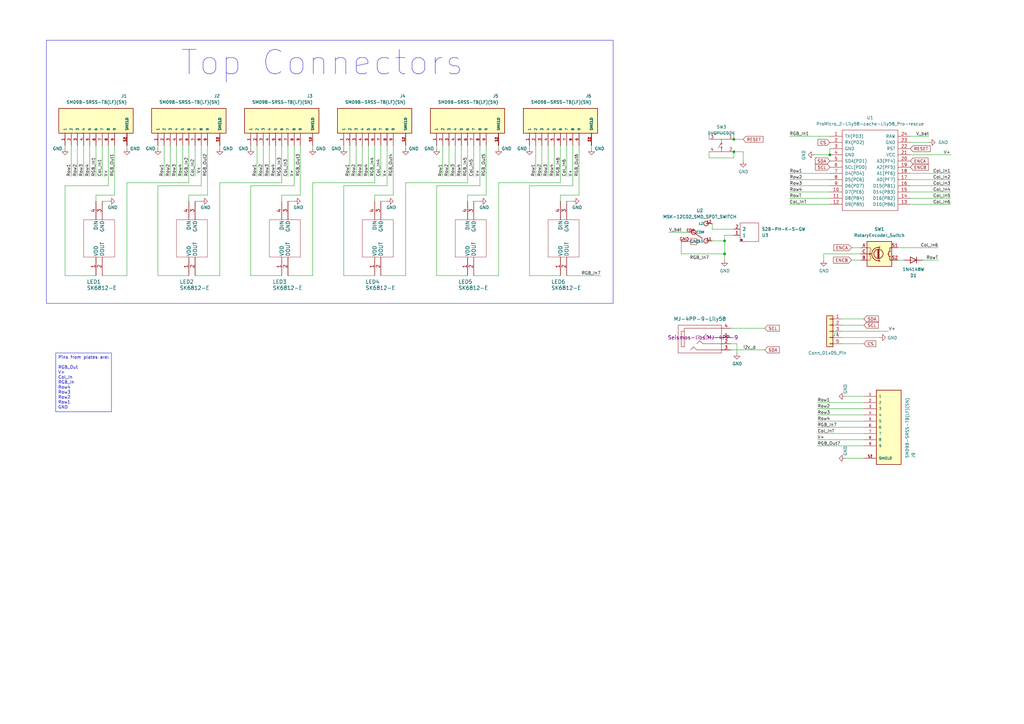
<source format=kicad_sch>
(kicad_sch (version 20230121) (generator eeschema)
  (paper "A3")
  (lib_symbols
    (symbol "Diode:1N4148W" (pin_numbers hide) (pin_names hide)
      (property "Reference" "D" (at 0 2.54 0))
      (property "Value" "1N4148W" (at 0 -2.54 0))
      (symbol "1N4148W_0_1"
        (polyline (pts (xy -1.27 1.27) (xy -1.27 -1.27)) (stroke (width 0.254)))
        (polyline (pts (xy 1.27 0) (xy -1.27 0)))
        (polyline (pts (xy 1.27 1.27) (xy 1.27 -1.27) (xy -1.27 0) (xy 1.27 1.27)) (stroke (width 0.254)))
      )
      (symbol "1N4148W_1_1"
        (pin passive line (at -3.81 0 0) (length 2.54) (name "K") (number "1"))
        (pin passive line (at 3.81 0 180) (length 2.54) (name "A") (number "2"))
      )
    )
    (symbol "Seismos-sym:Conn_01x05" (pin_names (offset 1.016) hide)
      (property "Reference" "J" (at 0 7.62 0))
      (property "Value" "Conn_01x05" (at 0 -7.62 0))
      (symbol "Conn_01x05_1_1"
        (rectangle (start -1.27 -4.953) (end 0 -5.207) (stroke (width 0.1524)))
        (rectangle (start -1.27 -2.413) (end 0 -2.667) (stroke (width 0.1524)))
        (rectangle (start -1.27 0.127) (end 0 -0.127) (stroke (width 0.1524)))
        (rectangle (start -1.27 2.667) (end 0 2.413) (stroke (width 0.1524)))
        (rectangle (start -1.27 5.207) (end 0 4.953) (stroke (width 0.1524)))
        (rectangle (start -1.27 6.35) (end 1.27 -6.35) (stroke (width 0.254)) (fill (type background)))
        (pin passive line (at -5.08 5.08 0) (length 3.81) (name "Pin_1") (number "1"))
        (pin passive line (at -5.08 2.54 0) (length 3.81) (name "Pin_2") (number "2"))
        (pin passive line (at -5.08 0 0) (length 3.81) (name "Pin_3") (number "3"))
        (pin passive line (at -5.08 -2.54 0) (length 3.81) (name "Pin_4") (number "4"))
        (pin passive line (at -5.08 -5.08 0) (length 3.81) (name "Pin_5") (number "5"))
      )
    )
    (symbol "Seismos-sym:EVQPUC02K" (pin_names (offset 1.016) hide)
      (property "Reference" "SW" (at 0 7.747 0))
      (property "Value" "EVQPUC02K" (at 0 12.827 0))
      (symbol "EVQPUC02K_1_1"
        (circle (center 0 -0.762) (radius 0.254) (stroke (width 0.1524)))
        (polyline (pts (xy -2.54 -2.54) (xy 2.54 -2.54)) (stroke (width 0.1524)))
        (polyline (pts (xy -2.54 2.54) (xy 2.54 2.54)) (stroke (width 0.1524)))
        (polyline (pts (xy -1.27 -1.016) (xy -0.254 0.762)) (stroke (width 0.1524)))
        (polyline (pts (xy 0 -2.54) (xy 0 -1.524)) (stroke (width 0.1524)))
        (polyline (pts (xy 0 -1.524) (xy 0 -0.762)) (stroke (width 0.1524)))
        (polyline (pts (xy 0 2.54) (xy 0 0.762)) (stroke (width 0.1524)))
        (circle (center 0 0.762) (radius 0.254) (stroke (width 0.1524)))
        (pin input line (at 5.08 2.54 180) (length 2.54) (name "1") (number "1"))
        (pin input line (at 5.08 -2.54 180) (length 2.54) (name "2") (number "2"))
        (pin input line (at -5.08 2.54 0) (length 2.54) (name "3") (number "3"))
        (pin input line (at -5.08 -2.54 0) (length 2.54) (name "4") (number "4"))
      )
    )
    (symbol "Seismos-sym:MJ-4PP-9-Lily58" (pin_names (offset 1.016))
      (property "Reference" "J" (at -8.89 -7.62 0))
      (property "Value" "MJ-4PP-9-Lily58" (at -3.81 6.35 0))
      (property "Footprint" "Seismos-libs:MJ-4PP-9" (at 0 0 0))
      (symbol "MJ-4PP-9-Lily58_0_1"
        (rectangle (start -7.62 2.54) (end -8.89 -3.81))
        (polyline (pts (xy 2.54 0) (xy 7.62 0)))
        (polyline (pts (xy -2.54 -5.08) (xy 7.62 -5.08) (xy 7.62 -5.08)))
        (polyline (pts (xy 0 -2.54) (xy -1.27 -1.27) (xy -2.54 -2.54)))
        (polyline (pts (xy 0 0) (xy 1.27 1.27) (xy 2.54 0)))
        (polyline (pts (xy 7.62 3.81) (xy -7.62 3.81) (xy -7.62 2.54)))
        (polyline (pts (xy -2.54 -5.08) (xy -3.81 -3.81) (xy -5.08 -5.08) (xy -5.08 -5.08)))
        (polyline (pts (xy 0 -2.54) (xy 7.62 -2.54) (xy 7.62 -2.54) (xy 7.62 -2.54)))
        (rectangle (start 7.62 -6.35) (end -10.16 5.08))
      )
      (symbol "MJ-4PP-9-Lily58_1_1"
        (pin passive line (at 11.43 0 180) (length 3.81) (name "~") (number "1"))
        (pin passive line (at 11.43 -2.54 180) (length 3.81) (name "~") (number "2"))
        (pin passive line (at 11.43 -5.08 180) (length 3.81) (name "~") (number "3"))
        (pin passive line (at 11.43 3.81 180) (length 3.81) (name "~") (number "4"))
      )
    )
    (symbol "Seismos-sym:MSK-12C02_SMD_SPDT_SWITCH" (pin_names (offset 1.016))
      (property "Reference" "U" (at -5.08 7.62 0))
      (property "Value" "MSK-12C02_SMD_SPDT_SWITCH" (at -5.08 -7.62 0))
      (symbol "MSK-12C02_SMD_SPDT_SWITCH_0_0"
        (circle (center -5.08 0) (radius 0.9158) (stroke (width 0.254)))
        (circle (center 0 -3.556) (radius 0.9158) (stroke (width 0.254)))
        (polyline (pts (xy -5.08 0) (xy -1.524 -2.54)) (stroke (width 0.254)))
        (circle (center 0 3.556) (radius 0.9158) (stroke (width 0.254)))
        (pin bidirectional line (at -7.62 0 0) (length 2.54) (name "COM") (number "COM"))
        (pin bidirectional line (at 2.54 -3.556 180) (length 2.54) (name "L1") (number "L1"))
        (pin bidirectional line (at 2.54 3.556 180) (length 2.54) (name "L2") (number "L2"))
      )
      (symbol "MSK-12C02_SMD_SPDT_SWITCH_0_1"
        (rectangle (start -6.35 -2.54) (end -3.81 -5.08))
        (polyline (pts (xy -7.62 -3.81) (xy -6.35 -3.81)))
      )
      (symbol "MSK-12C02_SMD_SPDT_SWITCH_1_1"
        (pin bidirectional line (at -10.16 -3.81 0) (length 2.54) (name "GND") (number "GND"))
      )
    )
    (symbol "Seismos-sym:ProMicro_2-Lily58" (pin_names (offset 1.016))
      (property "Reference" "U" (at 0 17.78 0))
      (property "Value" "ProMicro_2-Lily58" (at 0 -17.78 0))
      (symbol "ProMicro_2-Lily58_0_1"
        (rectangle (start -11.43 16.51) (end 11.43 -16.51))
      )
      (symbol "ProMicro_2-Lily58_1_1"
        (pin bidirectional line (at -16.51 13.97 0) (length 5.08) (name "TX(PD3)") (number "1"))
        (pin input line (at -16.51 -8.89 0) (length 5.08) (name "D7(PE6)") (number "10"))
        (pin input line (at -16.51 -11.43 0) (length 5.08) (name "D8(PB4)") (number "11"))
        (pin input line (at -16.51 -13.97 0) (length 5.08) (name "D9(PB5)") (number "12"))
        (pin input line (at 16.51 -13.97 180) (length 5.08) (name "D10(PB6)") (number "13"))
        (pin input line (at 16.51 -11.43 180) (length 5.08) (name "D16(PB2)") (number "14"))
        (pin input line (at 16.51 -8.89 180) (length 5.08) (name "D14(PB3)") (number "15"))
        (pin input line (at 16.51 -6.35 180) (length 5.08) (name "D15(PB1)") (number "16"))
        (pin input line (at 16.51 -3.81 180) (length 5.08) (name "A0(PF7)") (number "17"))
        (pin input line (at 16.51 -1.27 180) (length 5.08) (name "A1(PF6)") (number "18"))
        (pin input line (at 16.51 1.27 180) (length 5.08) (name "A2(PF5)") (number "19"))
        (pin input line (at -16.51 11.43 0) (length 5.08) (name "RX(PD2)") (number "2"))
        (pin input line (at 16.51 3.81 180) (length 5.08) (name "A3(PF4)") (number "20"))
        (pin input line (at 16.51 6.35 180) (length 5.08) (name "VCC") (number "21"))
        (pin input line (at 16.51 8.89 180) (length 5.08) (name "RST") (number "22"))
        (pin input line (at 16.51 11.43 180) (length 5.08) (name "GND") (number "23"))
        (pin input line (at 16.51 13.97 180) (length 5.08) (name "RAW") (number "24"))
        (pin input line (at -16.51 8.89 0) (length 5.08) (name "GND") (number "3"))
        (pin input line (at -16.51 6.35 0) (length 5.08) (name "GND") (number "4"))
        (pin input line (at -16.51 3.81 0) (length 5.08) (name "SDA(PD1)") (number "5"))
        (pin input line (at -16.51 1.27 0) (length 5.08) (name "SCL(PD0)") (number "6"))
        (pin input line (at -16.51 -1.27 0) (length 5.08) (name "D4(PD4)") (number "7"))
        (pin input line (at -16.51 -3.81 0) (length 5.08) (name "D5(PC6)") (number "8"))
        (pin input line (at -16.51 -6.35 0) (length 5.08) (name "D6(PD7)") (number "9"))
      )
    )
    (symbol "Seismos-sym:RotaryEncoder_Switch" (pin_names (offset 0.254) hide)
      (property "Reference" "SW" (at 0 6.604 0))
      (property "Value" "RotaryEncoder_Switch" (at 0 -6.604 0))
      (symbol "RotaryEncoder_Switch_0_1"
        (rectangle (start -5.08 5.08) (end 5.08 -5.08) (stroke (width 0.254)) (fill (type background)))
        (circle (center -3.81 0) (radius 0.254) (fill (type outline)))
        (circle (center -0.381 0) (radius 1.905) (stroke (width 0.254)))
        (arc (start -0.381 2.667) (mid -3.0988 -0.0635) (end -0.381 -2.794) (stroke (width 0.254)))
        (polyline (pts (xy -0.635 -1.778) (xy -0.635 1.778)) (stroke (width 0.254)))
        (polyline (pts (xy -0.381 -1.778) (xy -0.381 1.778)) (stroke (width 0.254)))
        (polyline (pts (xy -0.127 1.778) (xy -0.127 -1.778)) (stroke (width 0.254)))
        (polyline (pts (xy 3.81 0) (xy 3.429 0)) (stroke (width 0.254)))
        (polyline (pts (xy 3.81 1.016) (xy 3.81 -1.016)) (stroke (width 0.254)))
        (polyline (pts (xy -5.08 -2.54) (xy -3.81 -2.54) (xy -3.81 -2.032)))
        (polyline (pts (xy -5.08 2.54) (xy -3.81 2.54) (xy -3.81 2.032)))
        (polyline (pts (xy 0.254 -3.048) (xy -0.508 -2.794) (xy 0.127 -2.413)) (stroke (width 0.254)))
        (polyline (pts (xy 0.254 2.921) (xy -0.508 2.667) (xy 0.127 2.286)) (stroke (width 0.254)))
        (polyline (pts (xy 5.08 -2.54) (xy 4.318 -2.54) (xy 4.318 -1.016)) (stroke (width 0.254)))
        (polyline (pts (xy 5.08 2.54) (xy 4.318 2.54) (xy 4.318 1.016)) (stroke (width 0.254)))
        (polyline (pts (xy -5.08 0) (xy -3.81 0) (xy -3.81 -1.016) (xy -3.302 -2.032)))
        (polyline (pts (xy -4.318 0) (xy -3.81 0) (xy -3.81 1.016) (xy -3.302 2.032)))
        (circle (center 4.318 -1.016) (radius 0.127) (stroke (width 0.254)))
        (circle (center 4.318 1.016) (radius 0.127) (stroke (width 0.254)))
      )
      (symbol "RotaryEncoder_Switch_1_1"
        (pin passive line (at -7.62 2.54 0) (length 2.54) (name "A") (number "A"))
        (pin passive line (at -7.62 -2.54 0) (length 2.54) (name "B") (number "B"))
        (pin passive line (at -7.62 0 0) (length 2.54) (name "C") (number "C"))
        (pin passive line (at 7.62 2.54 180) (length 2.54) (name "S1") (number "S1"))
        (pin passive line (at 7.62 -2.54 180) (length 2.54) (name "S2") (number "S2"))
      )
    )
    (symbol "Seismos-sym:S2B-PH-K-S-GW" (pin_names (offset 1.016))
      (property "Reference" "U" (at 0 6.35 0))
      (property "Value" "S2B-PH-K-S-GW" (at 0 11.43 0))
      (symbol "S2B-PH-K-S-GW_1_1"
        (rectangle (start -2.54 3.81) (end 5.08 -3.81) (stroke (width 0.1524)))
        (circle (center -1.905 3.175) (radius 0.381) (stroke (width 0.1524)) (fill (type outline)))
        (pin input line (at -5.08 1.27 0) (length 2.54) (name "1") (number "1"))
        (pin input line (at -5.08 -1.27 0) (length 2.54) (name "2") (number "2"))
      )
    )
    (symbol "Seismos-sym:SK6812-E" (pin_names (offset 0.254))
      (property "Reference" "LED" (at 15.24 -10.16 0))
      (property "Value" "SK6812-E" (at 15.24 -12.7 0))
      (symbol "SK6812-E_1_1"
        (polyline (pts (xy 7.62 -7.62) (xy 22.86 -7.62)) (stroke (width 0.127)))
        (polyline (pts (xy 7.62 5.08) (xy 7.62 -7.62)) (stroke (width 0.127)))
        (polyline (pts (xy 22.86 -7.62) (xy 22.86 5.08)) (stroke (width 0.127)))
        (polyline (pts (xy 22.86 5.08) (xy 7.62 5.08)) (stroke (width 0.127)))
        (pin power_in line (at 0 0 0) (length 7.62) (name "VDD") (number "1"))
        (pin output line (at 0 -2.54 0) (length 7.62) (name "DOUT") (number "2"))
        (pin power_out line (at 30.48 -2.54 180) (length 7.62) (name "GND") (number "3"))
        (pin input line (at 30.48 0 180) (length 7.62) (name "DIN") (number "4"))
      )
    )
    (symbol "Seismos-sym:SM09B-SRSS-TB(LF)(SN)" (pin_names (offset 1.016))
      (property "Reference" "J" (at -5.08 16.002 0))
      (property "Value" "SM09B-SRSS-TB(LF)(SN)" (at -5.08 -17.78 0))
      (symbol "SM09B-SRSS-TB(LF)(SN)_0_0"
        (rectangle (start -5.08 -15.24) (end 5.08 15.24) (stroke (width 0.254)) (fill (type background)))
        (pin passive line (at -10.16 12.7 0) (length 5.08) (name "1") (number "1"))
        (pin passive line (at -10.16 10.16 0) (length 5.08) (name "2") (number "2"))
        (pin passive line (at -10.16 7.62 0) (length 5.08) (name "3") (number "3"))
        (pin passive line (at -10.16 5.08 0) (length 5.08) (name "4") (number "4"))
        (pin passive line (at -10.16 2.54 0) (length 5.08) (name "5") (number "5"))
        (pin passive line (at -10.16 0 0) (length 5.08) (name "6") (number "6"))
        (pin passive line (at -10.16 -2.54 0) (length 5.08) (name "7") (number "7"))
        (pin passive line (at -10.16 -5.08 0) (length 5.08) (name "8") (number "8"))
        (pin passive line (at -10.16 -7.62 0) (length 5.08) (name "9") (number "9"))
        (pin passive line (at -10.16 -12.7 0) (length 5.08) (name "SHIELD") (number "S1"))
        (pin passive line (at -10.16 -12.7 0) (length 5.08) (name "SHIELD") (number "S2"))
      )
    )
    (symbol "power:GND" (power) (pin_names (offset 0))
      (property "Value" "GND" (at 0 -3.81 0))
      (symbol "GND_0_1"
        (polyline (pts (xy 0 0) (xy 0 -1.27) (xy 1.27 -1.27) (xy 0 -2.54) (xy -1.27 -1.27) (xy 0 -1.27)))
      )
      (symbol "GND_1_1"
        (pin power_in line (at 0 0 270) (length 0) hide (name "GND") (number "1"))
      )
    )
  )
  (junction (at 297.18 98.806))
  (junction (at 340.36 63.5))
  (junction (at 300.99 62.23))
  (junction (at 300.99 57.15))
  (junction (at 297.18 104.14))
  (wire (pts (xy 323.85 83.82) (xy 340.36 83.82)))
  (wire (pts (xy 41.91 82.55) (xy 44.45 82.55)))
  (wire (pts (xy 179.07 76.2) (xy 179.07 113.03)))
  (wire (pts (xy 166.37 59.69) (xy 166.37 60.96)))
  (wire (pts (xy 29.21 72.39) (xy 29.21 59.69)))
  (wire (pts (xy 110.49 72.39) (xy 110.49 59.69)))
  (wire (pts (xy 85.09 59.69) (xy 85.09 80.01)))
  (wire (pts (xy 335.28 182.88) (xy 354.33 182.88)))
  (wire (pts (xy 179.07 113.03) (xy 191.77 113.03)))
  (wire (pts (xy 232.41 72.39) (xy 232.41 59.69)))
  (wire (pts (xy 140.97 60.96) (xy 140.97 59.69)))
  (wire (pts (xy 323.85 76.2) (xy 340.36 76.2)))
  (wire (pts (xy 237.49 80.01) (xy 229.87 80.01)))
  (wire (pts (xy 128.27 113.03) (xy 128.27 74.93)))
  (wire (pts (xy 153.67 59.69) (xy 153.67 74.93)))
  (wire (pts (xy 300.99 54.61) (xy 300.99 57.15)))
  (wire (pts (xy 323.85 78.74) (xy 340.36 78.74)))
  (wire (pts (xy 373.38 78.74) (xy 389.89 78.74)))
  (wire (pts (xy 300.99 96.52) (xy 297.18 96.52)))
  (wire (pts (xy 140.97 113.03) (xy 153.67 113.03)))
  (wire (pts (xy 297.18 106.68) (xy 297.18 104.14)))
  (wire (pts (xy 118.11 113.03) (xy 128.27 113.03)))
  (wire (pts (xy 80.01 72.39) (xy 80.01 59.69)))
  (wire (pts (xy 64.77 113.03) (xy 77.47 113.03)))
  (wire (pts (xy 189.23 72.39) (xy 189.23 59.69)))
  (wire (pts (xy 345.44 133.35) (xy 354.33 133.35)))
  (wire (pts (xy 191.77 80.01) (xy 191.77 82.55)))
  (wire (pts (xy 115.57 80.01) (xy 115.57 82.55)))
  (wire (pts (xy 41.91 72.39) (xy 41.91 59.69)))
  (wire (pts (xy 323.85 73.66) (xy 340.36 73.66)))
  (wire (pts (xy 69.85 72.39) (xy 69.85 59.69)))
  (wire (pts (xy 194.31 72.39) (xy 194.31 59.69)))
  (wire (pts (xy 373.38 58.42) (xy 381 58.42)))
  (wire (pts (xy 323.85 71.12) (xy 340.36 71.12)))
  (wire (pts (xy 179.07 60.96) (xy 179.07 59.69)))
  (wire (pts (xy 299.72 134.62) (xy 313.69 134.62)))
  (wire (pts (xy 204.47 74.93) (xy 229.87 74.93)))
  (wire (pts (xy 153.67 80.01) (xy 153.67 82.55)))
  (wire (pts (xy 335.28 165.1) (xy 354.33 165.1)))
  (wire (pts (xy 41.91 113.03) (xy 52.07 113.03)))
  (wire (pts (xy 337.82 104.14) (xy 337.82 106.68)))
  (wire (pts (xy 373.38 55.88) (xy 381 55.88)))
  (wire (pts (xy 156.21 113.03) (xy 166.37 113.03)))
  (wire (pts (xy 297.18 98.806) (xy 297.18 104.14)))
  (wire (pts (xy 335.28 180.34) (xy 354.33 180.34)))
  (wire (pts (xy 304.8 66.04) (xy 304.8 62.23)))
  (wire (pts (xy 107.95 72.39) (xy 107.95 59.69)))
  (wire (pts (xy 26.67 60.96) (xy 26.67 59.69)))
  (wire (pts (xy 148.59 72.39) (xy 148.59 59.69)))
  (wire (pts (xy 52.07 74.93) (xy 77.47 74.93)))
  (wire (pts (xy 290.83 62.23) (xy 290.83 64.77)))
  (wire (pts (xy 232.41 113.03) (xy 246.38 113.03)))
  (wire (pts (xy 237.49 59.69) (xy 237.49 80.01)))
  (wire (pts (xy 373.38 83.82) (xy 389.89 83.82)))
  (wire (pts (xy 90.17 74.93) (xy 115.57 74.93)))
  (wire (pts (xy 349.25 101.6) (xy 353.06 101.6)))
  (wire (pts (xy 123.19 80.01) (xy 115.57 80.01)))
  (wire (pts (xy 232.41 82.55) (xy 234.95 82.55)))
  (wire (pts (xy 39.37 80.01) (xy 39.37 82.55)))
  (wire (pts (xy 143.51 72.39) (xy 143.51 59.69)))
  (wire (pts (xy 80.01 113.03) (xy 90.17 113.03)))
  (wire (pts (xy 234.95 59.69) (xy 234.95 76.2)))
  (wire (pts (xy 64.77 76.2) (xy 64.77 113.03)))
  (wire (pts (xy 123.19 59.69) (xy 123.19 80.01)))
  (wire (pts (xy 290.83 54.61) (xy 300.99 54.61)))
  (wire (pts (xy 158.75 76.2) (xy 140.97 76.2)))
  (wire (pts (xy 242.57 59.69) (xy 242.57 60.96)))
  (wire (pts (xy 118.11 82.55) (xy 120.65 82.55)))
  (wire (pts (xy 323.85 81.28) (xy 340.36 81.28)))
  (wire (pts (xy 373.38 81.28) (xy 389.89 81.28)))
  (wire (pts (xy 368.3 106.68) (xy 370.84 106.68)))
  (wire (pts (xy 90.17 113.03) (xy 90.17 74.93)))
  (wire (pts (xy 300.99 64.77) (xy 300.99 62.23)))
  (wire (pts (xy 120.65 76.2) (xy 102.87 76.2)))
  (wire (pts (xy 118.11 72.39) (xy 118.11 59.69)))
  (wire (pts (xy 297.18 96.52) (xy 297.18 98.806)))
  (wire (pts (xy 323.85 55.88) (xy 340.36 55.88)))
  (wire (pts (xy 345.44 138.43) (xy 360.68 138.43)))
  (wire (pts (xy 199.39 80.01) (xy 191.77 80.01)))
  (wire (pts (xy 373.38 76.2) (xy 389.89 76.2)))
  (wire (pts (xy 77.47 59.69) (xy 77.47 74.93)))
  (wire (pts (xy 191.77 59.69) (xy 191.77 74.93)))
  (wire (pts (xy 340.36 60.96) (xy 340.36 63.5)))
  (wire (pts (xy 217.17 113.03) (xy 229.87 113.03)))
  (wire (pts (xy 72.39 72.39) (xy 72.39 59.69)))
  (wire (pts (xy 140.97 76.2) (xy 140.97 113.03)))
  (wire (pts (xy 102.87 76.2) (xy 102.87 113.03)))
  (wire (pts (xy 44.45 76.2) (xy 26.67 76.2)))
  (wire (pts (xy 292.1 93.98) (xy 300.99 93.98)))
  (wire (pts (xy 196.85 76.2) (xy 179.07 76.2)))
  (wire (pts (xy 227.33 72.39) (xy 227.33 59.69)))
  (wire (pts (xy 335.28 170.18) (xy 354.33 170.18)))
  (wire (pts (xy 378.46 106.68) (xy 384.81 106.68)))
  (wire (pts (xy 52.07 59.69) (xy 52.07 60.96)))
  (wire (pts (xy 234.95 76.2) (xy 217.17 76.2)))
  (wire (pts (xy 161.29 59.69) (xy 161.29 80.01)))
  (wire (pts (xy 340.36 63.5) (xy 334.01 63.5)))
  (wire (pts (xy 368.3 101.6) (xy 384.81 101.6)))
  (wire (pts (xy 219.71 72.39) (xy 219.71 59.69)))
  (wire (pts (xy 229.87 59.69) (xy 229.87 74.93)))
  (wire (pts (xy 44.45 59.69) (xy 44.45 76.2)))
  (wire (pts (xy 229.87 80.01) (xy 229.87 82.55)))
  (wire (pts (xy 290.83 57.15) (xy 290.83 54.61)))
  (wire (pts (xy 204.47 59.69) (xy 204.47 60.96)))
  (wire (pts (xy 31.75 72.39) (xy 31.75 59.69)))
  (wire (pts (xy 82.55 76.2) (xy 64.77 76.2)))
  (wire (pts (xy 52.07 113.03) (xy 52.07 74.93)))
  (wire (pts (xy 346.71 162.56) (xy 354.33 162.56)))
  (wire (pts (xy 158.75 59.69) (xy 158.75 76.2)))
  (wire (pts (xy 166.37 74.93) (xy 191.77 74.93)))
  (wire (pts (xy 74.93 72.39) (xy 74.93 59.69)))
  (wire (pts (xy 335.28 177.8) (xy 354.33 177.8)))
  (wire (pts (xy 34.29 72.39) (xy 34.29 59.69)))
  (wire (pts (xy 181.61 72.39) (xy 181.61 59.69)))
  (wire (pts (xy 156.21 72.39) (xy 156.21 59.69)))
  (wire (pts (xy 120.65 59.69) (xy 120.65 76.2)))
  (wire (pts (xy 299.72 140.97) (xy 302.26 140.97)))
  (wire (pts (xy 279.4 104.14) (xy 297.18 104.14)))
  (wire (pts (xy 217.17 60.96) (xy 217.17 59.69)))
  (wire (pts (xy 36.83 72.39) (xy 36.83 59.69)))
  (wire (pts (xy 26.67 76.2) (xy 26.67 113.03)))
  (wire (pts (xy 196.85 59.69) (xy 196.85 76.2)))
  (wire (pts (xy 335.28 172.72) (xy 354.33 172.72)))
  (wire (pts (xy 335.28 167.64) (xy 354.33 167.64)))
  (wire (pts (xy 151.13 72.39) (xy 151.13 59.69)))
  (wire (pts (xy 39.37 59.69) (xy 39.37 72.39)))
  (wire (pts (xy 82.55 59.69) (xy 82.55 76.2)))
  (wire (pts (xy 346.71 187.96) (xy 354.33 187.96)))
  (wire (pts (xy 299.72 143.51) (xy 313.69 143.51)))
  (wire (pts (xy 300.99 57.15) (xy 304.8 57.15)))
  (wire (pts (xy 186.69 72.39) (xy 186.69 59.69)))
  (wire (pts (xy 166.37 113.03) (xy 166.37 74.93)))
  (wire (pts (xy 217.17 76.2) (xy 217.17 113.03)))
  (wire (pts (xy 204.47 113.03) (xy 204.47 74.93)))
  (wire (pts (xy 373.38 73.66) (xy 389.89 73.66)))
  (wire (pts (xy 102.87 60.96) (xy 102.87 59.69)))
  (wire (pts (xy 373.38 71.12) (xy 389.89 71.12)))
  (wire (pts (xy 184.15 72.39) (xy 184.15 59.69)))
  (wire (pts (xy 274.32 95.25) (xy 281.94 95.25)))
  (wire (pts (xy 194.31 113.03) (xy 204.47 113.03)))
  (wire (pts (xy 67.31 72.39) (xy 67.31 59.69)))
  (wire (pts (xy 128.27 74.93) (xy 153.67 74.93)))
  (wire (pts (xy 146.05 72.39) (xy 146.05 59.69)))
  (wire (pts (xy 292.1 98.806) (xy 297.18 98.806)))
  (wire (pts (xy 373.38 63.5) (xy 389.89 63.5)))
  (wire (pts (xy 46.99 59.69) (xy 46.99 80.01)))
  (wire (pts (xy 90.17 59.69) (xy 90.17 60.96)))
  (wire (pts (xy 80.01 82.55) (xy 82.55 82.55)))
  (wire (pts (xy 85.09 80.01) (xy 77.47 80.01)))
  (wire (pts (xy 292.1 93.98) (xy 292.1 91.694)))
  (wire (pts (xy 353.06 104.14) (xy 337.82 104.14)))
  (wire (pts (xy 115.57 59.69) (xy 115.57 74.93)))
  (wire (pts (xy 199.39 59.69) (xy 199.39 80.01)))
  (wire (pts (xy 128.27 59.69) (xy 128.27 60.96)))
  (wire (pts (xy 345.44 130.81) (xy 354.33 130.81)))
  (wire (pts (xy 26.67 113.03) (xy 39.37 113.03)))
  (wire (pts (xy 194.31 82.55) (xy 196.85 82.55)))
  (wire (pts (xy 304.8 62.23) (xy 300.99 62.23)))
  (wire (pts (xy 335.28 175.26) (xy 354.33 175.26)))
  (wire (pts (xy 224.79 72.39) (xy 224.79 59.69)))
  (wire (pts (xy 77.47 80.01) (xy 77.47 82.55)))
  (wire (pts (xy 64.77 60.96) (xy 64.77 59.69)))
  (wire (pts (xy 349.25 106.68) (xy 353.06 106.68)))
  (wire (pts (xy 345.44 135.89) (xy 364.49 135.89)))
  (wire (pts (xy 279.4 99.06) (xy 279.4 104.14)))
  (wire (pts (xy 222.25 72.39) (xy 222.25 59.69)))
  (wire (pts (xy 102.87 113.03) (xy 115.57 113.03)))
  (wire (pts (xy 156.21 82.55) (xy 158.75 82.55)))
  (wire (pts (xy 345.44 140.97) (xy 354.33 140.97)))
  (wire (pts (xy 302.26 140.97) (xy 302.26 144.78)))
  (wire (pts (xy 46.99 80.01) (xy 39.37 80.01)))
  (wire (pts (xy 113.03 72.39) (xy 113.03 59.69)))
  (wire (pts (xy 105.41 72.39) (xy 105.41 59.69)))
  (wire (pts (xy 290.83 64.77) (xy 300.99 64.77)))
  (wire (pts (xy 161.29 80.01) (xy 153.67 80.01)))
  (rectangle (start 19.05 16.51) (end 251.46 124.46))
  (text_box "Pins from plates are:\n\nRGB_Out\nV+\nCol_In\nRGB_In\nRow4\nRow3\nRow2\nRow1\nGND" (at 22.86 144.78 0) (size 22.86 24.13) (effects (font (size 1.27 1.27)) (justify left top)))
  (text "Top Connectors" (at 73.66 31.75 0) (effects (font (size 10 10)) (justify left bottom)))
  (label "Row3" (at 224.79 72.39 90))
  (label "Row3" (at 72.39 72.39 90))
  (label "RGB_In7" (at 290.83 106.68 180))
  (label "Row2" (at 335.28 167.64 0))
  (label "Row1" (at 29.21 72.39 90))
  (label "RGB_In3" (at 115.57 72.39 90))
  (label "RGB_Out5" (at 199.39 72.39 90))
  (label "Col_In2" (at 80.01 72.39 90))
  (label "V+" (at 44.45 72.39 90))
  (label "RGB_Out3" (at 123.19 72.39 90))
  (label "V+" (at 120.65 72.39 90))
  (label "Col_InT" (at 323.85 83.82 0))
  (label "RGB_Out4" (at 161.29 72.39 90))
  (label "Row1" (at 219.71 72.39 90))
  (label "V+" (at 82.55 71.12 90))
  (label "RGB_Out6" (at 237.49 72.39 90))
  (label "Row2" (at 107.95 72.39 90))
  (label "V_bat" (at 381 55.88 180))
  (label "Col_In1" (at 389.89 71.12 180))
  (label "Row3" (at 186.69 72.39 90))
  (label "Row1" (at 323.85 71.12 0))
  (label "V+" (at 196.85 72.39 90))
  (label "Row1" (at 67.31 72.39 90))
  (label "Col_In2" (at 389.89 73.66 180))
  (label "Row4" (at 151.13 72.39 90))
  (label "Col_In6" (at 384.81 101.6 180))
  (label "Row3" (at 323.85 76.2 0))
  (label "Col_In5" (at 389.89 81.28 180))
  (label "V_bat" (at 274.32 95.25 0))
  (label "RowT" (at 323.85 81.28 0))
  (label "Row4" (at 323.85 78.74 0))
  (label "RGB_Out1" (at 46.99 72.39 90))
  (label "V+" (at 335.28 180.34 0))
  (label "Row4" (at 227.33 72.39 90))
  (label "Row4" (at 36.83 72.39 90))
  (label "Row2" (at 69.85 72.39 90))
  (label "Row1" (at 143.51 72.39 90))
  (label "V+" (at 234.95 72.39 90))
  (label "Col_In6" (at 389.89 83.82 180))
  (label "Row2" (at 31.75 72.39 90))
  (label "Row4" (at 335.28 172.72 0))
  (label "Row4" (at 189.23 72.39 90))
  (label "Row2" (at 222.25 72.39 90))
  (label "Row1" (at 335.28 165.1 0))
  (label "Col_In6" (at 232.41 72.39 90))
  (label "V+" (at 389.89 63.5 180))
  (label "Row3" (at 148.59 72.39 90))
  (label "Row4" (at 74.93 72.39 90))
  (label "Row2" (at 146.05 72.39 90))
  (label "Col_In1" (at 41.91 72.39 90))
  (label "RGB_In4" (at 153.67 72.39 90))
  (label "RowT" (at 384.81 106.68 180))
  (label "Col_In3" (at 118.11 72.39 90))
  (label "V+" (at 364.49 135.89 0))
  (label "Row3" (at 110.49 72.39 90))
  (label "RGB_In6" (at 229.87 72.39 90))
  (label "i2c_d" (at 304.8 143.51 0))
  (label "RGB_In5" (at 191.77 72.39 90))
  (label "Col_In4" (at 389.89 78.74 180))
  (label "Row2" (at 323.85 73.66 0))
  (label "RGB_In1" (at 39.37 72.39 90))
  (label "RGB_In1" (at 323.85 55.88 0))
  (label "Col_InT" (at 335.28 177.8 0))
  (label "Col_In3" (at 389.89 76.2 180))
  (label "Row3" (at 34.29 72.39 90))
  (label "V+" (at 158.75 72.39 90))
  (label "RGB_In7" (at 335.28 175.26 0))
  (label "RGB_Out7" (at 335.28 182.88 0))
  (label "Row1" (at 181.61 72.39 90))
  (label "Row2" (at 184.15 72.39 90))
  (label "Col_In4" (at 156.21 72.39 90))
  (label "RGB_In7" (at 246.38 113.03 180))
  (label "Row1" (at 105.41 72.39 90))
  (label "RGB_In2" (at 77.47 72.39 90))
  (label "Row4" (at 113.03 72.39 90))
  (label "Row3" (at 335.28 170.18 0))
  (label "RGB_Out2" (at 85.09 72.39 90))
  (label "Col_In5" (at 194.31 72.39 90))
  (global_label "SDA" (shape input) (at 340.36 66.04 180) (property "Intersheetrefs" "${INTERSHEET_REFS}" (effects hide)))
  (global_label "SDA" (shape input) (at 354.33 130.81 0) (property "Intersheetrefs" "${INTERSHEET_REFS}" (effects hide)))
  (global_label "SCL" (shape input) (at 313.69 134.62 0) (property "Intersheetrefs" "${INTERSHEET_REFS}" (effects hide)))
  (global_label "SCL" (shape input) (at 340.36 68.58 180) (property "Intersheetrefs" "${INTERSHEET_REFS}" (effects hide)))
  (global_label "ENCB" (shape input) (at 373.38 68.58 0) (property "Intersheetrefs" "${INTERSHEET_REFS}" (effects hide)))
  (global_label "ENCA" (shape input) (at 373.38 66.04 0) (property "Intersheetrefs" "${INTERSHEET_REFS}" (effects hide)))
  (global_label "RESET" (shape input) (at 304.8 57.15 0) (property "Intersheetrefs" "${INTERSHEET_REFS}" (effects hide)))
  (global_label "ENCB" (shape input) (at 349.25 106.68 180) (property "Intersheetrefs" "${INTERSHEET_REFS}" (effects hide)))
  (global_label "RESET" (shape input) (at 373.38 60.96 0) (property "Intersheetrefs" "${INTERSHEET_REFS}" (effects hide)))
  (global_label "ENCA" (shape input) (at 349.25 101.6 180) (property "Intersheetrefs" "${INTERSHEET_REFS}" (effects hide)))
  (global_label "SCL" (shape input) (at 354.33 133.35 0) (property "Intersheetrefs" "${INTERSHEET_REFS}" (effects hide)))
  (global_label "CS" (shape input) (at 340.36 58.42 180) (property "Intersheetrefs" "${INTERSHEET_REFS}" (effects hide)))
  (global_label "SDA" (shape input) (at 313.69 143.51 0) (property "Intersheetrefs" "${INTERSHEET_REFS}" (effects hide)))
  (global_label "CS" (shape input) (at 354.33 140.97 0) (property "Intersheetrefs" "${INTERSHEET_REFS}" (effects hide)))
  (symbol (lib_id "Seismos-sym:SM09B-SRSS-TB(LF)(SN)") (at 229.87 49.53 90) (unit 1)
    (property "Reference" "J6" (at 242.57 39.37 90) (effects (justify left)))
    (property "Value" "SM09B-SRSS-TB(LF)(SN)" (at 242.57 41.91 90) (effects (justify left)))
    (property "Footprint" "Seismos-libs:JST_SM09B-SRSS-TB(LF)(SN)" (effects hide))
    (property "PARTREV" "1.0" (effects hide))
    (property "MANUFACTURER" "Manufacturer_name" (effects hide))
    (property "STANDARD" "Manufacturer Recommendations" (effects hide))
  )
  (symbol (lib_id "power:GND") (at 52.07 60.96 0) (unit 1)
    (property "Reference" "#PWR02" (effects hide))
    (property "Value" "GND" (at 53.34 60.96 0) (effects (justify left)))
  )
  (symbol (lib_id "Seismos-sym:RotaryEncoder_Switch") (at 360.68 104.14 0) (unit 1)
    (property "Reference" "SW1" (at 360.68 93.98 0))
    (property "Value" "RotaryEncoder_Switch" (at 360.68 96.52 0))
    (property "Footprint" "Seismos-libs:RotaryEncoder_Alps_EC11E-Switch_Vertical_H20mm-keebio_modified" (effects hide))
  )
  (symbol (lib_id "power:GND") (at 242.57 60.96 0) (unit 1)
    (property "Reference" "#PWR028" (effects hide))
    (property "Value" "GND" (at 243.84 60.96 0) (effects (justify left)))
  )
  (symbol (lib_id "power:GND") (at 302.26 144.78 0) (unit 1)
    (property "Reference" "#PWR019" (effects hide))
    (property "Value" "GND" (at 302.387 149.1742 0))
  )
  (symbol (lib_id "power:GND") (at 44.45 82.55 90) (unit 1)
    (property "Reference" "#PWR021" (effects hide))
    (property "Value" "GND" (at 48.26 85.09 90) (effects (justify left)))
  )
  (symbol (lib_id "Seismos-sym:SK6812-E") (at 77.47 113.03 90) (unit 1)
    (property "Reference" "LED2" (at 73.66 115.57 90) (effects (font (size 1.524 1.524)) (justify right)))
    (property "Value" "SK6812-E" (at 73.66 118.11 90) (effects (font (size 1.524 1.524)) (justify right)))
    (property "Footprint" "Seismos-libs:SK6812-E" (effects hide))
  )
  (symbol (lib_id "Seismos-sym:ProMicro_2-Lily58") (at 356.87 69.85 0) (unit 1)
    (property "Reference" "U1" (at 356.87 48.26 0))
    (property "Value" "ProMicro_2-Lily58-cache-Lily58_Pro-rescue" (at 356.87 50.8 0))
    (property "Footprint" "keyboard_reversible:ProMicro" (effects hide))
  )
  (symbol (lib_id "Seismos-sym:EVQPUC02K") (at 295.91 59.69 0) (unit 1)
    (property "Reference" "SW3" (at 295.91 52.07 0))
    (property "Value" "EVQPUC02K" (at 295.91 54.61 0))
    (property "Footprint" "Seismos-libs:SW-SMD_EVQPUD02K" (effects hide))
    (property "Datasheet" "http://www.szlcsc.com/product/details_80311.html" (effects hide))
    (property "SuppliersPartNumber" "C79174" (effects hide))
    (property "uuid" "std:89571b53ad64408584c96bcda364818c" (effects hide))
  )
  (symbol (lib_id "Seismos-sym:SK6812-E") (at 191.77 113.03 90) (unit 1)
    (property "Reference" "LED5" (at 187.96 115.57 90) (effects (font (size 1.524 1.524)) (justify right)))
    (property "Value" "SK6812-E" (at 187.96 118.11 90) (effects (font (size 1.524 1.524)) (justify right)))
    (property "Footprint" "Seismos-libs:SK6812-E" (effects hide))
  )
  (symbol (lib_id "Seismos-sym:SM09B-SRSS-TB(LF)(SN)") (at 191.77 49.53 90) (unit 1)
    (property "Reference" "J5" (at 204.47 39.37 90) (effects (justify left)))
    (property "Value" "SM09B-SRSS-TB(LF)(SN)" (at 204.47 41.91 90) (effects (justify left)))
    (property "Footprint" "Seismos-libs:JST_SM09B-SRSS-TB(LF)(SN)" (effects hide))
    (property "PARTREV" "1.0" (effects hide))
    (property "MANUFACTURER" "Manufacturer_name" (effects hide))
    (property "STANDARD" "Manufacturer Recommendations" (effects hide))
  )
  (symbol (lib_id "Seismos-sym:SM09B-SRSS-TB(LF)(SN)") (at 115.57 49.53 90) (unit 1)
    (property "Reference" "J3" (at 128.27 39.37 90) (effects (justify left)))
    (property "Value" "SM09B-SRSS-TB(LF)(SN)" (at 128.27 41.91 90) (effects (justify left)))
    (property "Footprint" "Seismos-libs:JST_SM09B-SRSS-TB(LF)(SN)" (effects hide))
    (property "PARTREV" "1.0" (effects hide))
    (property "MANUFACTURER" "Manufacturer_name" (effects hide))
    (property "STANDARD" "Manufacturer Recommendations" (effects hide))
  )
  (symbol (lib_id "Seismos-sym:SK6812-E") (at 229.87 113.03 90) (unit 1)
    (property "Reference" "LED6" (at 226.06 115.57 90) (effects (font (size 1.524 1.524)) (justify right)))
    (property "Value" "SK6812-E" (at 226.06 118.11 90) (effects (font (size 1.524 1.524)) (justify right)))
    (property "Footprint" "Seismos-libs:SK6812-E" (effects hide))
  )
  (symbol (lib_id "Seismos-sym:SM09B-SRSS-TB(LF)(SN)") (at 39.37 49.53 90) (unit 1)
    (property "Reference" "J1" (at 52.07 39.37 90) (effects (justify left)))
    (property "Value" "SM09B-SRSS-TB(LF)(SN)" (at 52.07 41.91 90) (effects (justify left)))
    (property "Footprint" "Seismos-libs:JST_SM09B-SRSS-TB(LF)(SN)" (effects hide))
    (property "PARTREV" "1.0" (effects hide))
    (property "MANUFACTURER" "Manufacturer_name" (effects hide))
    (property "STANDARD" "Manufacturer Recommendations" (effects hide))
  )
  (symbol (lib_id "Diode:1N4148W") (at 374.65 106.68 0) (mirror y) (unit 1)
    (property "Reference" "D1" (at 374.65 113.03 0))
    (property "Value" "1N4148W" (at 374.65 110.49 0))
    (property "Footprint" "Diode_SMD:D_SOD-123" (effects hide))
    (property "Datasheet" "https://www.vishay.com/docs/85748/1n4148w.pdf" (effects hide))
    (property "Sim.Device" "D" (effects hide))
    (property "Sim.Pins" "1=K 2=A" (effects hide))
  )
  (symbol (lib_id "Seismos-sym:SK6812-E") (at 153.67 113.03 90) (unit 1)
    (property "Reference" "LED4" (at 149.86 115.57 90) (effects (font (size 1.524 1.524)) (justify right)))
    (property "Value" "SK6812-E" (at 149.86 118.11 90) (effects (font (size 1.524 1.524)) (justify right)))
    (property "Footprint" "Seismos-libs:SK6812-E" (effects hide))
  )
  (symbol (lib_id "power:GND") (at 204.47 60.96 0) (unit 1)
    (property "Reference" "#PWR024" (effects hide))
    (property "Value" "GND" (at 205.74 60.96 0) (effects (justify left)))
  )
  (symbol (lib_id "power:GND") (at 26.67 60.96 0) (unit 1)
    (property "Reference" "#PWR029" (effects hide))
    (property "Value" "GND" (at 21.59 60.96 0) (effects (justify left)))
  )
  (symbol (lib_id "power:GND") (at 234.95 82.55 90) (unit 1)
    (property "Reference" "#PWR027" (effects hide))
    (property "Value" "GND" (at 238.76 85.09 90) (effects (justify left)))
  )
  (symbol (lib_id "power:GND") (at 337.82 106.68 0) (unit 1)
    (property "Reference" "#PWR017" (effects hide))
    (property "Value" "GND" (at 337.947 111.0742 0))
  )
  (symbol (lib_id "power:GND") (at 334.01 63.5 270) (unit 1)
    (property "Reference" "#PWR015" (effects hide))
    (property "Value" "GND" (at 329.6158 63.627 0))
  )
  (symbol (lib_id "Seismos-sym:S2B-PH-K-S-GW") (at 306.07 95.25 0) (mirror x) (unit 1)
    (property "Reference" "U3" (at 312.42 96.52 0) (effects (justify left)))
    (property "Value" "S2B-PH-K-S-GW" (at 312.42 93.98 0) (effects (justify left)))
    (property "Footprint" "Seismos-libs:CONN-TH_S2B-PH-K-S-GW" (effects hide))
    (property "Datasheet" "http://www.szlcsc.com/product/details_169280.html" (effects hide))
    (property "SuppliersPartNumber" "C157932" (effects hide))
    (property "uuid" "std:142e468e0eff4c74b82a90663b738815" (effects hide))
  )
  (symbol (lib_id "power:GND") (at 128.27 60.96 0) (unit 1)
    (property "Reference" "#PWR08" (effects hide))
    (property "Value" "GND" (at 129.54 60.96 0) (effects (justify left)))
  )
  (symbol (lib_id "Seismos-sym:SK6812-E") (at 39.37 113.03 90) (unit 1)
    (property "Reference" "LED1" (at 35.56 115.57 90) (effects (font (size 1.524 1.524)) (justify right)))
    (property "Value" "SK6812-E" (at 35.56 118.11 90) (effects (font (size 1.524 1.524)) (justify right)))
    (property "Footprint" "Seismos-libs:SK6812-E" (effects hide))
  )
  (symbol (lib_id "Seismos-sym:SK6812-E") (at 115.57 113.03 90) (unit 1)
    (property "Reference" "LED3" (at 111.76 115.57 90) (effects (font (size 1.524 1.524)) (justify right)))
    (property "Value" "SK6812-E" (at 111.76 118.11 90) (effects (font (size 1.524 1.524)) (justify right)))
    (property "Footprint" "Seismos-libs:SK6812-E" (effects hide))
  )
  (symbol (lib_id "power:GND") (at 304.8 66.04 0) (unit 1)
    (property "Reference" "#PWR016" (effects hide))
    (property "Value" "GND" (at 304.927 70.4342 0))
  )
  (symbol (lib_id "power:GND") (at 360.68 138.43 90) (mirror x) (unit 1)
    (property "Reference" "#PWR013" (effects hide))
    (property "Value" "GND" (at 363.9312 138.557 90) (effects (justify right)))
  )
  (symbol (lib_id "power:GND") (at 166.37 60.96 0) (unit 1)
    (property "Reference" "#PWR011" (effects hide))
    (property "Value" "GND" (at 167.64 60.96 0) (effects (justify left)))
  )
  (symbol (lib_id "power:GND") (at 217.17 60.96 0) (unit 1)
    (property "Reference" "#PWR031" (effects hide))
    (property "Value" "GND" (at 212.09 60.96 0) (effects (justify left)))
  )
  (symbol (lib_id "power:GND") (at 196.85 82.55 90) (unit 1)
    (property "Reference" "#PWR022" (effects hide))
    (property "Value" "GND" (at 200.66 85.09 90) (effects (justify left)))
  )
  (symbol (lib_id "power:GND") (at 158.75 82.55 90) (unit 1)
    (property "Reference" "#PWR010" (effects hide))
    (property "Value" "GND" (at 162.56 85.09 90) (effects (justify left)))
  )
  (symbol (lib_id "Seismos-sym:SM09B-SRSS-TB(LF)(SN)") (at 153.67 49.53 90) (unit 1)
    (property "Reference" "J4" (at 166.37 39.37 90) (effects (justify left)))
    (property "Value" "SM09B-SRSS-TB(LF)(SN)" (at 166.37 41.91 90) (effects (justify left)))
    (property "Footprint" "Seismos-libs:JST_SM09B-SRSS-TB(LF)(SN)" (effects hide))
    (property "PARTREV" "1.0" (effects hide))
    (property "MANUFACTURER" "Manufacturer_name" (effects hide))
    (property "STANDARD" "Manufacturer Recommendations" (effects hide))
  )
  (symbol (lib_id "power:GND") (at 64.77 60.96 0) (unit 1)
    (property "Reference" "#PWR01" (effects hide))
    (property "Value" "GND" (at 59.69 60.96 0) (effects (justify left)))
  )
  (symbol (lib_id "power:GND") (at 82.55 82.55 90) (unit 1)
    (property "Reference" "#PWR04" (effects hide))
    (property "Value" "GND" (at 86.36 85.09 90) (effects (justify left)))
  )
  (symbol (lib_id "Seismos-sym:SM09B-SRSS-TB(LF)(SN)") (at 364.49 175.26 0) (unit 1)
    (property "Reference" "J9" (at 374.65 187.96 90) (effects (justify left)))
    (property "Value" "SM09B-SRSS-TB(LF)(SN)" (at 372.11 187.96 90) (effects (justify left)))
    (property "Footprint" "Seismos-libs:JST_SM09B-SRSS-TB(LF)(SN)" (effects hide))
    (property "PARTREV" "1.0" (effects hide))
    (property "MANUFACTURER" "Manufacturer_name" (effects hide))
    (property "STANDARD" "Manufacturer Recommendations" (effects hide))
  )
  (symbol (lib_id "power:GND") (at 140.97 60.96 0) (unit 1)
    (property "Reference" "#PWR06" (effects hide))
    (property "Value" "GND" (at 135.89 60.96 0) (effects (justify left)))
  )
  (symbol (lib_id "power:GND") (at 346.71 162.56 270) (unit 1)
    (property "Reference" "#PWR012" (effects hide))
    (property "Value" "GND" (at 346.71 157.48 0) (effects (justify left)))
  )
  (symbol (lib_id "Seismos-sym:MSK-12C02_SMD_SPDT_SWITCH") (at 289.56 95.25 0) (unit 1)
    (property "Reference" "U2" (at 287.02 86.36 0))
    (property "Value" "MSK-12C02_SMD_SPDT_SWITCH" (at 287.02 88.9 0))
    (property "Footprint" "Seismos-libs:SW_PCM12SMTR" (effects hide))
  )
  (symbol (lib_id "Seismos-sym:MJ-4PP-9-Lily58") (at 288.29 138.43 0) (unit 1)
    (property "Reference" "J8" (effects hide))
    (property "Value" "MJ-4PP-9-Lily58" (at 287.02 130.81 0) (effects (font (size 1.524 1.524))))
    (property "Footprint" "Seismos-libs:MJ-4PP-9" (at 288.29 138.43 0) (effects (font (size 1.524 1.524))))
  )
  (symbol (lib_id "power:GND") (at 346.71 187.96 270) (unit 1)
    (property "Reference" "#PWR014" (effects hide))
    (property "Value" "GND" (at 346.71 182.88 0) (effects (justify left)))
  )
  (symbol (lib_id "power:GND") (at 102.87 60.96 0) (unit 1)
    (property "Reference" "#PWR03" (effects hide))
    (property "Value" "GND" (at 97.79 60.96 0) (effects (justify left)))
  )
  (symbol (lib_id "power:GND") (at 381 58.42 90) (unit 1)
    (property "Reference" "#PWR025" (effects hide))
    (property "Value" "GND" (at 384.81 58.42 90) (effects (justify right)))
  )
  (symbol (lib_id "power:GND") (at 297.18 106.68 0) (unit 1)
    (property "Reference" "#PWR09" (effects hide))
    (property "Value" "GND" (at 297.307 111.0742 0))
  )
  (symbol (lib_id "power:GND") (at 179.07 60.96 0) (unit 1)
    (property "Reference" "#PWR030" (effects hide))
    (property "Value" "GND" (at 173.99 60.96 0) (effects (justify left)))
  )
  (symbol (lib_id "power:GND") (at 90.17 60.96 0) (unit 1)
    (property "Reference" "#PWR05" (effects hide))
    (property "Value" "GND" (at 91.44 60.96 0) (effects (justify left)))
  )
  (symbol (lib_id "Seismos-sym:Conn_01x05") (at 340.36 135.89 0) (mirror y) (unit 1)
    (property "Reference" "J7" (at 341.63 137.16 0) (effects (justify right)))
    (property "Value" "Conn_01x05_Pin" (at 331.47 144.78 0) (effects (justify right)))
    (property "Footprint" "Connector_PinHeader_2.54mm:PinHeader_1x05_P2.54mm_Vertical" (effects hide))
  )
  (symbol (lib_id "Seismos-sym:SM09B-SRSS-TB(LF)(SN)") (at 77.47 49.53 90) (unit 1)
    (property "Reference" "J2" (at 90.17 39.37 90) (effects (justify left)))
    (property "Value" "SM09B-SRSS-TB(LF)(SN)" (at 90.17 41.91 90) (effects (justify left)))
    (property "Footprint" "Seismos-libs:JST_SM09B-SRSS-TB(LF)(SN)" (effects hide))
    (property "PARTREV" "1.0" (effects hide))
    (property "MANUFACTURER" "Manufacturer_name" (effects hide))
    (property "STANDARD" "Manufacturer Recommendations" (effects hide))
  )
  (symbol (lib_id "power:GND") (at 120.65 82.55 90) (unit 1)
    (property "Reference" "#PWR07" (effects hide))
    (property "Value" "GND" (at 124.46 85.09 90) (effects (justify left)))
  )
)
</source>
